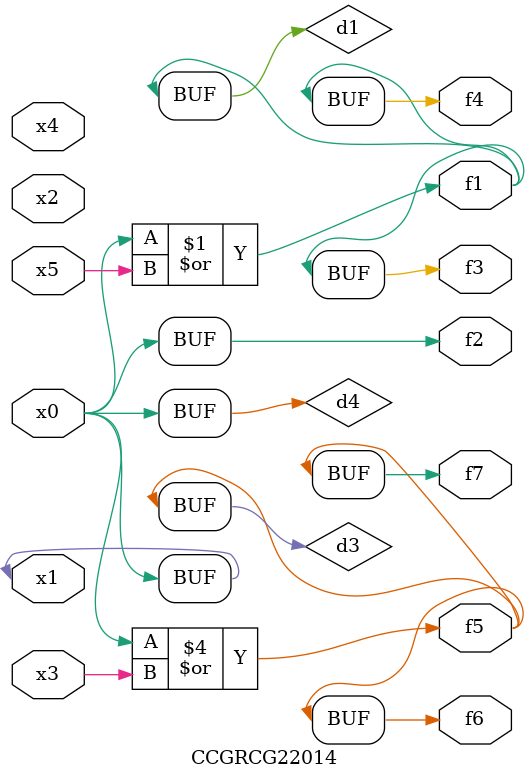
<source format=v>
module CCGRCG22014(
	input x0, x1, x2, x3, x4, x5,
	output f1, f2, f3, f4, f5, f6, f7
);

	wire d1, d2, d3, d4;

	or (d1, x0, x5);
	xnor (d2, x1, x4);
	or (d3, x0, x3);
	buf (d4, x0, x1);
	assign f1 = d1;
	assign f2 = d4;
	assign f3 = d1;
	assign f4 = d1;
	assign f5 = d3;
	assign f6 = d3;
	assign f7 = d3;
endmodule

</source>
